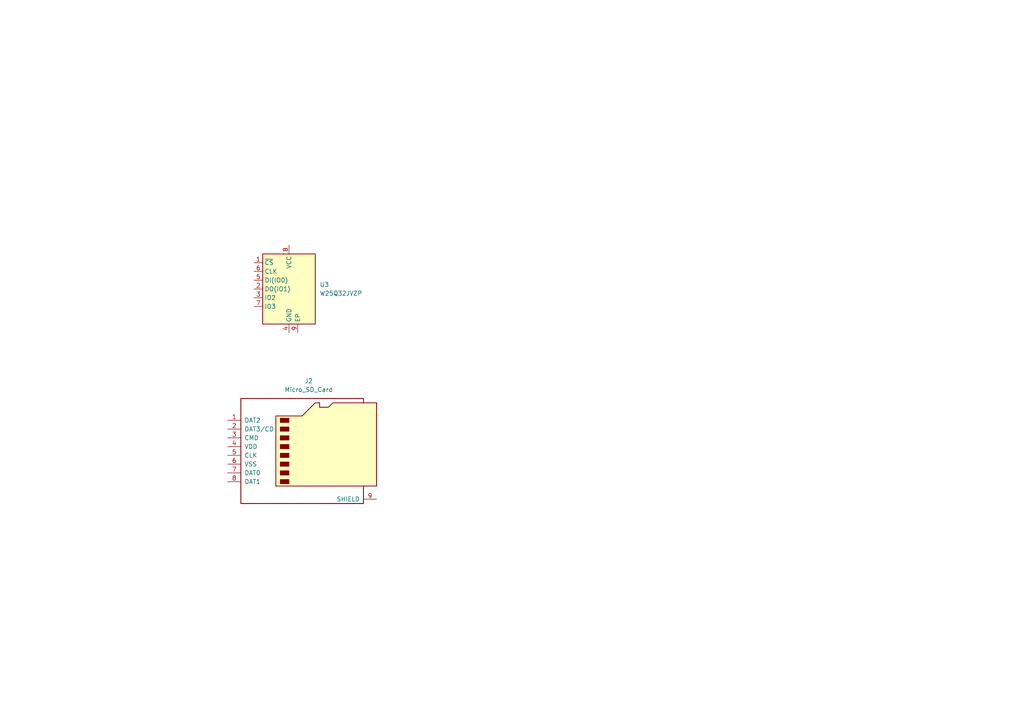
<source format=kicad_sch>
(kicad_sch (version 20231120) (generator "eeschema") (generator_version "8.0")
  (paper "A4")
  (lib_symbols
    (symbol "Connector:Micro_SD_Card" (pin_names (offset 1.016))
      (property "Reference" "J" (at -16.51 15.24 0))
      (property "Value" "Micro_SD_Card" (at 16.51 15.24 0))
      (symbol "Micro_SD_Card_0_1"
        (rectangle (start -7.62 -9.525) (end -5.08 -10.795) (fill (type outline)))
        (rectangle (start -7.62 -6.985) (end -5.08 -8.255) (fill (type outline)))
        (rectangle (start -7.62 -4.445) (end -5.08 -5.715) (fill (type outline)))
        (rectangle (start -7.62 -1.905) (end -5.08 -3.175) (fill (type outline)))
        (rectangle (start -7.62 0.635) (end -5.08 -0.635) (fill (type outline)))
        (rectangle (start -7.62 3.175) (end -5.08 1.905) (fill (type outline)))
        (rectangle (start -7.62 5.715) (end -5.08 4.445) (fill (type outline)))
        (rectangle (start -7.62 8.255) (end -5.08 6.985) (fill (type outline)))
        (polyline (pts (xy 16.51 12.7) (xy 16.51 13.97) (xy -19.05 13.97) (xy -19.05 -16.51) (xy 16.51 -16.51) (xy 16.51 -11.43)) (stroke (width 0.254)))
        (polyline (pts (xy -8.89 -11.43) (xy -8.89 8.89) (xy -1.27 8.89) (xy 2.54 12.7) (xy 3.81 12.7) (xy 3.81 11.43) (xy 6.35 11.43) (xy 7.62 12.7) (xy 20.32 12.7) (xy 20.32 -11.43) (xy -8.89 -11.43)) (stroke (width 0.254)) (fill (type background)))
      )
      (symbol "Micro_SD_Card_1_1"
        (pin bidirectional line (at -22.86 7.62 0) (length 3.81) (name "DAT2") (number "1"))
        (pin bidirectional line (at -22.86 5.08 0) (length 3.81) (name "DAT3/CD") (number "2"))
        (pin input line (at -22.86 2.54 0) (length 3.81) (name "CMD") (number "3"))
        (pin power_in line (at -22.86 0 0) (length 3.81) (name "VDD") (number "4"))
        (pin input line (at -22.86 -2.54 0) (length 3.81) (name "CLK") (number "5"))
        (pin power_in line (at -22.86 -5.08 0) (length 3.81) (name "VSS") (number "6"))
        (pin bidirectional line (at -22.86 -7.62 0) (length 3.81) (name "DAT0") (number "7"))
        (pin bidirectional line (at -22.86 -10.16 0) (length 3.81) (name "DAT1") (number "8"))
        (pin passive line (at 20.32 -15.24 180) (length 3.81) (name "SHIELD") (number "9"))
      )
    )
    (symbol "Memory_Flash:W25Q32JVZP"
      (property "Reference" "U" (at -6.35 11.43 0))
      (property "Value" "W25Q32JVZP" (at 7.62 11.43 0))
      (symbol "W25Q32JVZP_0_1"
        (rectangle (start -7.62 10.16) (end 7.62 -10.16) (stroke (width 0.254)) (fill (type background)))
      )
      (symbol "W25Q32JVZP_1_1"
        (pin input line (at -10.16 7.62 0) (length 2.54) (name "~{CS}") (number "1"))
        (pin bidirectional line (at -10.16 0 0) (length 2.54) (name "DO(IO1)") (number "2"))
        (pin bidirectional line (at -10.16 -2.54 0) (length 2.54) (name "IO2") (number "3"))
        (pin power_in line (at 0 -12.7 90) (length 2.54) (name "GND") (number "4"))
        (pin bidirectional line (at -10.16 2.54 0) (length 2.54) (name "DI(IO0)") (number "5"))
        (pin input line (at -10.16 5.08 0) (length 2.54) (name "CLK") (number "6"))
        (pin bidirectional line (at -10.16 -5.08 0) (length 2.54) (name "IO3") (number "7"))
        (pin power_in line (at 0 12.7 270) (length 2.54) (name "VCC") (number "8"))
        (pin passive line (at 2.54 -12.7 90) (length 2.54) (name "EP") (number "9"))
      )
    )
  )
  (symbol (lib_id "Memory_Flash:W25Q32JVZP") (at 83.82 83.82 0) (unit 1)
    (property "Reference" "U3" (at 92.71 82.5499 0) (effects (justify left)))
    (property "Value" "W25Q32JVZP" (at 92.71 85.0899 0) (effects (justify left)))
    (property "Footprint" "Package_SON:WSON-8-1EP_6x5mm_P1.27mm_EP3.4x4.3mm" (effects (hide yes)))
    (property "Datasheet" "http://www.winbond.com/resource-files/w25q32jv%20revg%2003272018%20plus.pdf" (effects (hide yes)))
    (property "Description" "32Mb Serial Flash Memory, Standard/Dual/Quad SPI, DFN-8" (effects (hide yes)))
    (instances (project "RP2040_Motion_Logger" (path "" (reference "U3") (unit 1)) (path "" (reference "U2") (unit 1))))
  )
  (symbol (lib_id "Connector:Micro_SD_Card") (at 88.9 129.54 0) (unit 1)
    (property "Reference" "J2" (at 89.535 110.49 0))
    (property "Value" "Micro_SD_Card" (at 89.535 113.03 0))
    (property "Datasheet" "http://katalog.we-online.de/em/datasheet/693072010801.pdf" (effects (hide yes)))
    (property "Description" "Micro SD Card Socket" (effects (hide yes)))
    (instances (project "" (path "" (reference "J2") (unit 1)) (path "" (reference "J1") (unit 1))))
  )
)
</source>
